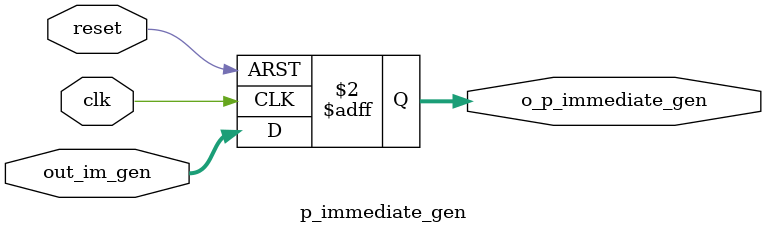
<source format=sv>
module p_immediate_gen(
    input logic clk,
    input logic reset,
    input logic [31:0]out_im_gen,
    output logic [31:0]o_p_immediate_gen
);
always @(posedge clk,posedge reset)begin
    if (reset) o_p_immediate_gen=0;
    else o_p_immediate_gen=out_im_gen;
end    
endmodule
</source>
